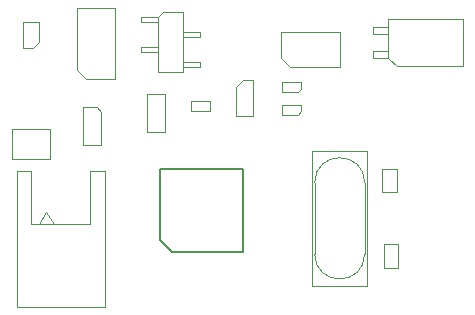
<source format=gbr>
%TF.GenerationSoftware,KiCad,Pcbnew,5.1.10-88a1d61d58~90~ubuntu21.04.1*%
%TF.CreationDate,2021-08-03T21:09:56+05:30*%
%TF.ProjectId,The Sixth Eye KiCAD,54686520-5369-4787-9468-20457965204b,v2*%
%TF.SameCoordinates,Original*%
%TF.FileFunction,Other,Fab,Top*%
%FSLAX46Y46*%
G04 Gerber Fmt 4.6, Leading zero omitted, Abs format (unit mm)*
G04 Created by KiCad (PCBNEW 5.1.10-88a1d61d58~90~ubuntu21.04.1) date 2021-08-03 21:09:56*
%MOMM*%
%LPD*%
G01*
G04 APERTURE LIST*
%ADD10C,0.100000*%
%ADD11C,0.150000*%
G04 APERTURE END LIST*
D10*
%TO.C,Y1*%
X154200000Y-101500000D02*
X158900000Y-101500000D01*
X158900000Y-101500000D02*
X158900000Y-90100000D01*
X158900000Y-90100000D02*
X154200000Y-90100000D01*
X154200000Y-90100000D02*
X154200000Y-101500000D01*
X154435000Y-98815000D02*
X154435000Y-92785000D01*
X158665000Y-98815000D02*
X158665000Y-92785000D01*
X158665000Y-98815000D02*
G75*
G02*
X154435000Y-98815000I-2115000J0D01*
G01*
X158665000Y-92785000D02*
G75*
G03*
X154435000Y-92785000I-2115000J0D01*
G01*
D11*
%TO.C,U2*%
X142335000Y-98655000D02*
X141335000Y-97655000D01*
X148335000Y-98655000D02*
X142335000Y-98655000D01*
X148335000Y-91655000D02*
X148335000Y-98655000D01*
X141335000Y-91655000D02*
X148335000Y-91655000D01*
X141335000Y-97655000D02*
X141335000Y-91655000D01*
D10*
%TO.C,J1*%
X167020000Y-82900000D02*
X161370000Y-82900000D01*
X161370000Y-82900000D02*
X160670000Y-82200000D01*
X160670000Y-82200000D02*
X160670000Y-78900000D01*
X160670000Y-78900000D02*
X167020000Y-78900000D01*
X167020000Y-78900000D02*
X167020000Y-82900000D01*
X159400000Y-82200000D02*
X160670000Y-82200000D01*
X160670000Y-81600000D02*
X159400000Y-81600000D01*
X159400000Y-81600000D02*
X159400000Y-82200000D01*
X159400000Y-80200000D02*
X160670000Y-80200000D01*
X160670000Y-79600000D02*
X159400000Y-79600000D01*
X159400000Y-79600000D02*
X159400000Y-80200000D01*
%TO.C,U1*%
X129720000Y-81400000D02*
X130570000Y-81400000D01*
X131070000Y-80900000D02*
X131070000Y-79200000D01*
X129720000Y-81400000D02*
X129720000Y-79200000D01*
X129720000Y-79200000D02*
X131070000Y-79200000D01*
X130570000Y-81400000D02*
X131070000Y-80900000D01*
%TO.C,R1*%
X141800000Y-85300000D02*
X141800000Y-88500000D01*
X140200000Y-85300000D02*
X141800000Y-85300000D01*
X140200000Y-88500000D02*
X140200000Y-85300000D01*
X141800000Y-88500000D02*
X140200000Y-88500000D01*
%TO.C,C1*%
X134785000Y-89580000D02*
X136385000Y-89580000D01*
X134785000Y-86380000D02*
X134785000Y-89580000D01*
X135985000Y-86380000D02*
X134785000Y-86380000D01*
X136385000Y-86780000D02*
X135985000Y-86380000D01*
X136385000Y-89580000D02*
X136385000Y-86780000D01*
%TO.C,C2*%
X137500000Y-78000000D02*
X134300000Y-78000000D01*
X137500000Y-84000000D02*
X137500000Y-78000000D01*
X135100000Y-84000000D02*
X137500000Y-84000000D01*
X134300000Y-83200000D02*
X135100000Y-84000000D01*
X134300000Y-78000000D02*
X134300000Y-83200000D01*
%TO.C,L1*%
X128800000Y-88250000D02*
X132000000Y-88250000D01*
X128800000Y-90750000D02*
X128800000Y-88250000D01*
X132000000Y-90750000D02*
X128800000Y-90750000D01*
X132000000Y-88250000D02*
X132000000Y-90750000D01*
%TO.C,J3*%
X144700000Y-83005000D02*
X143250000Y-83005000D01*
X144700000Y-82605000D02*
X144700000Y-83005000D01*
X143250000Y-82605000D02*
X144700000Y-82605000D01*
X144700000Y-80465000D02*
X143250000Y-80465000D01*
X144700000Y-80065000D02*
X144700000Y-80465000D01*
X143250000Y-80065000D02*
X144700000Y-80065000D01*
X139700000Y-81735000D02*
X141150000Y-81735000D01*
X139700000Y-81335000D02*
X139700000Y-81735000D01*
X141150000Y-81335000D02*
X139700000Y-81335000D01*
X139700000Y-79195000D02*
X141150000Y-79195000D01*
X139700000Y-78795000D02*
X139700000Y-79195000D01*
X141150000Y-78795000D02*
X139700000Y-78795000D01*
X143250000Y-78360000D02*
X143250000Y-83440000D01*
X141150000Y-78795000D02*
X141585000Y-78360000D01*
X141150000Y-83440000D02*
X141150000Y-78795000D01*
X141585000Y-78360000D02*
X143250000Y-78360000D01*
X143250000Y-83440000D02*
X141150000Y-83440000D01*
%TO.C,C3*%
X161525000Y-100000000D02*
X160275000Y-100000000D01*
X160275000Y-100000000D02*
X160275000Y-98000000D01*
X160275000Y-98000000D02*
X161525000Y-98000000D01*
X161525000Y-98000000D02*
X161525000Y-100000000D01*
%TO.C,C4*%
X160175000Y-93600000D02*
X160175000Y-91600000D01*
X161425000Y-93600000D02*
X160175000Y-93600000D01*
X161425000Y-91600000D02*
X161425000Y-93600000D01*
X160175000Y-91600000D02*
X161425000Y-91600000D01*
%TO.C,R2*%
X144000000Y-86712500D02*
X144000000Y-85887500D01*
X144000000Y-85887500D02*
X145600000Y-85887500D01*
X145600000Y-85887500D02*
X145600000Y-86712500D01*
X145600000Y-86712500D02*
X144000000Y-86712500D01*
%TO.C,U3*%
X152350000Y-83000000D02*
X151600000Y-82250000D01*
X156600000Y-83000000D02*
X152350000Y-83000000D01*
X156600000Y-80000000D02*
X156600000Y-83000000D01*
X151600000Y-80000000D02*
X156600000Y-80000000D01*
X151600000Y-82250000D02*
X151600000Y-80000000D01*
%TO.C,C6*%
X151700000Y-84275000D02*
X151700000Y-85125000D01*
X153300000Y-84275000D02*
X151700000Y-84275000D01*
X153300000Y-84825000D02*
X153300000Y-84275000D01*
X153000000Y-85125000D02*
X153300000Y-84825000D01*
X151700000Y-85125000D02*
X153000000Y-85125000D01*
%TO.C,C5*%
X151700000Y-87025000D02*
X153000000Y-87025000D01*
X153000000Y-87025000D02*
X153300000Y-86725000D01*
X153300000Y-86725000D02*
X153300000Y-86175000D01*
X153300000Y-86175000D02*
X151700000Y-86175000D01*
X151700000Y-86175000D02*
X151700000Y-87025000D01*
%TO.C,Q1*%
X147800000Y-84650000D02*
X147800000Y-87100000D01*
X148350000Y-84080000D02*
X149200000Y-84080000D01*
X147800000Y-84650000D02*
X148350000Y-84080000D01*
X149200000Y-84080000D02*
X149200000Y-87120000D01*
X147800000Y-87120000D02*
X149200000Y-87120000D01*
%TO.C,J2*%
X131700000Y-95300000D02*
X132325000Y-96300000D01*
X131075000Y-96300000D02*
X131700000Y-95300000D01*
X135450000Y-96300000D02*
X132950000Y-96300000D01*
X135450000Y-91800000D02*
X135450000Y-96300000D01*
X136650000Y-91800000D02*
X135450000Y-91800000D01*
X136650000Y-103300000D02*
X136650000Y-91800000D01*
X132950000Y-103300000D02*
X136650000Y-103300000D01*
X130450000Y-96300000D02*
X132950000Y-96300000D01*
X130450000Y-91800000D02*
X130450000Y-96300000D01*
X129250000Y-91800000D02*
X130450000Y-91800000D01*
X129250000Y-103300000D02*
X129250000Y-91800000D01*
X132950000Y-103300000D02*
X129250000Y-103300000D01*
%TD*%
M02*

</source>
